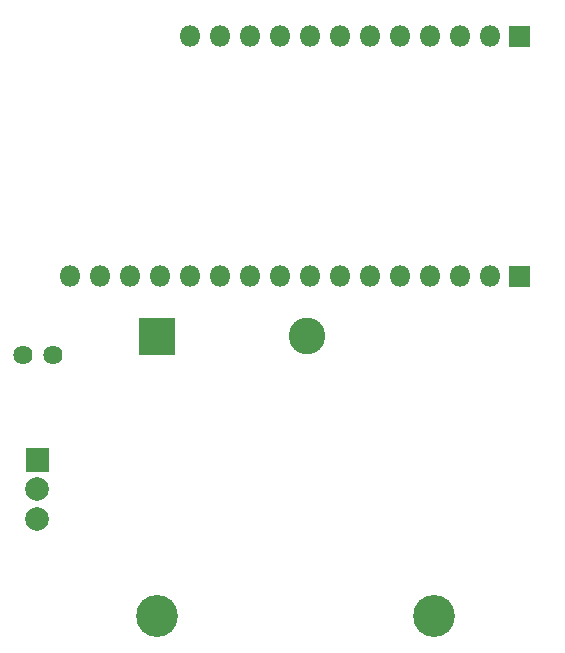
<source format=gbs>
%TF.GenerationSoftware,KiCad,Pcbnew,(5.1.10-1-10_14)*%
%TF.CreationDate,2022-01-13T12:51:00+01:00*%
%TF.ProjectId,burrboard,62757272-626f-4617-9264-2e6b69636164,v2.0*%
%TF.SameCoordinates,Original*%
%TF.FileFunction,Soldermask,Bot*%
%TF.FilePolarity,Negative*%
%FSLAX46Y46*%
G04 Gerber Fmt 4.6, Leading zero omitted, Abs format (unit mm)*
G04 Created by KiCad (PCBNEW (5.1.10-1-10_14)) date 2022-01-13 12:51:00*
%MOMM*%
%LPD*%
G01*
G04 APERTURE LIST*
%ADD10C,3.101600*%
%ADD11C,3.551600*%
%ADD12O,1.801600X1.801600*%
%ADD13C,1.625600*%
%ADD14C,2.001600*%
G04 APERTURE END LIST*
%TO.C,BT1*%
G36*
G01*
X139216000Y-102589200D02*
X142216000Y-102589200D01*
G75*
G02*
X142266800Y-102640000I0J-50800D01*
G01*
X142266800Y-105640000D01*
G75*
G02*
X142216000Y-105690800I-50800J0D01*
G01*
X139216000Y-105690800D01*
G75*
G02*
X139165200Y-105640000I0J50800D01*
G01*
X139165200Y-102640000D01*
G75*
G02*
X139216000Y-102589200I50800J0D01*
G01*
G37*
D10*
X153416000Y-104140000D03*
D11*
X140716000Y-127860000D03*
X164216000Y-127860000D03*
%TD*%
%TO.C,J1*%
G36*
G01*
X170600000Y-98159200D02*
X172300000Y-98159200D01*
G75*
G02*
X172350800Y-98210000I0J-50800D01*
G01*
X172350800Y-99910000D01*
G75*
G02*
X172300000Y-99960800I-50800J0D01*
G01*
X170600000Y-99960800D01*
G75*
G02*
X170549200Y-99910000I0J50800D01*
G01*
X170549200Y-98210000D01*
G75*
G02*
X170600000Y-98159200I50800J0D01*
G01*
G37*
D12*
X168910000Y-99060000D03*
X166370000Y-99060000D03*
X163830000Y-99060000D03*
X161290000Y-99060000D03*
X158750000Y-99060000D03*
X156210000Y-99060000D03*
X153670000Y-99060000D03*
X151130000Y-99060000D03*
X148590000Y-99060000D03*
X146050000Y-99060000D03*
X143510000Y-99060000D03*
X140970000Y-99060000D03*
X138430000Y-99060000D03*
X135890000Y-99060000D03*
X133350000Y-99060000D03*
%TD*%
%TO.C,J2*%
G36*
G01*
X170600000Y-77839200D02*
X172300000Y-77839200D01*
G75*
G02*
X172350800Y-77890000I0J-50800D01*
G01*
X172350800Y-79590000D01*
G75*
G02*
X172300000Y-79640800I-50800J0D01*
G01*
X170600000Y-79640800D01*
G75*
G02*
X170549200Y-79590000I0J50800D01*
G01*
X170549200Y-77890000D01*
G75*
G02*
X170600000Y-77839200I50800J0D01*
G01*
G37*
X168910000Y-78740000D03*
X166370000Y-78740000D03*
X163830000Y-78740000D03*
X161290000Y-78740000D03*
X158750000Y-78740000D03*
X156210000Y-78740000D03*
X153670000Y-78740000D03*
X151130000Y-78740000D03*
X148590000Y-78740000D03*
X146050000Y-78740000D03*
X143510000Y-78740000D03*
%TD*%
D13*
%TO.C,J3*%
X131927600Y-105734800D03*
X129387600Y-105714800D03*
%TD*%
%TO.C,S3*%
G36*
G01*
X129656800Y-113604000D02*
X131556800Y-113604000D01*
G75*
G02*
X131607600Y-113654800I0J-50800D01*
G01*
X131607600Y-115554800D01*
G75*
G02*
X131556800Y-115605600I-50800J0D01*
G01*
X129656800Y-115605600D01*
G75*
G02*
X129606000Y-115554800I0J50800D01*
G01*
X129606000Y-113654800D01*
G75*
G02*
X129656800Y-113604000I50800J0D01*
G01*
G37*
D14*
X130606800Y-117104800D03*
X130606800Y-119604800D03*
%TD*%
M02*

</source>
